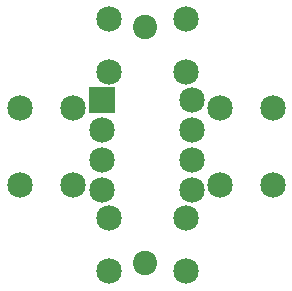
<source format=gbs>
G04 MADE WITH FRITZING*
G04 WWW.FRITZING.ORG*
G04 DOUBLE SIDED*
G04 HOLES PLATED*
G04 CONTOUR ON CENTER OF CONTOUR VECTOR*
%ASAXBY*%
%FSLAX23Y23*%
%MOIN*%
%OFA0B0*%
%SFA1.0B1.0*%
%ADD10C,0.081181*%
%ADD11C,0.085000*%
%ADD12R,0.085000X0.085000*%
%LNMASK0*%
G90*
G70*
G54D10*
X495Y95D03*
X495Y882D03*
X495Y95D03*
X495Y882D03*
X495Y95D03*
X495Y882D03*
G54D11*
X77Y357D03*
X77Y613D03*
X254Y357D03*
X254Y613D03*
X375Y908D03*
X631Y908D03*
X375Y731D03*
X631Y731D03*
X744Y357D03*
X744Y613D03*
X921Y357D03*
X921Y613D03*
X375Y245D03*
X631Y245D03*
X375Y68D03*
X631Y68D03*
X351Y639D03*
X651Y639D03*
X351Y539D03*
X651Y539D03*
X351Y439D03*
X651Y439D03*
X351Y339D03*
X651Y339D03*
G54D12*
X351Y639D03*
G04 End of Mask0*
M02*
</source>
